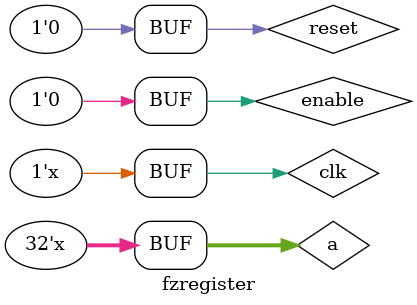
<source format=v>
module fzregister(

    );
    reg clk,reset,enable;
    reg [31:0] a;
    wire [31:0] b;
    initial begin
        clk<=0;
        reset<=0;
        enable<=0;
        a<=0;
        #1 reset<=1;
        #10 reset<=0;
     end
    always@(*)begin
        #1 clk<=~clk;
       // #1 change<=~change;;
        #1 a<=a+1;
    end
    Dregister #(32) fzreg(clk,reset,enable,a,b);
endmodule

</source>
